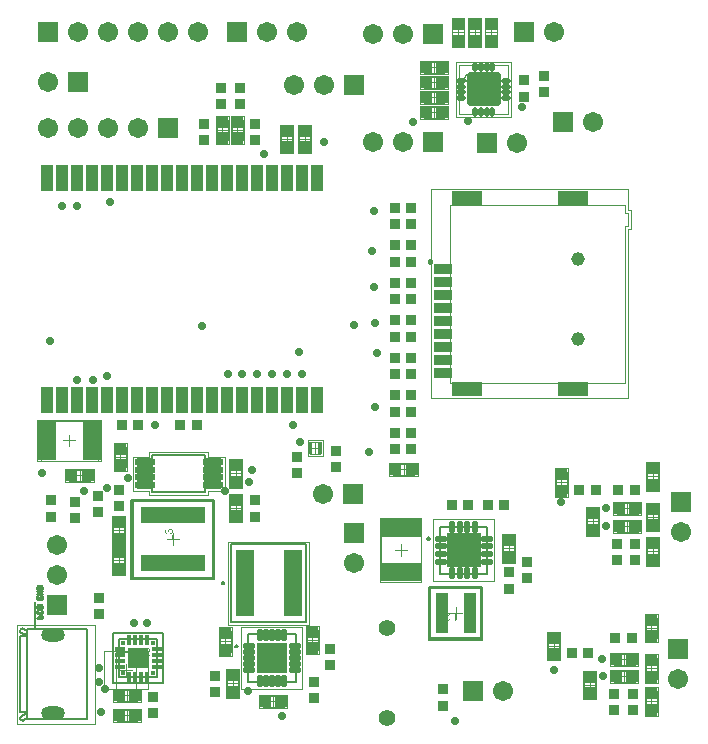
<source format=gts>
%FSTAX23Y23*%
%MOIN*%
%SFA1B1*%

%IPPOS*%
%AMD53*
4,1,8,-0.015800,0.003000,-0.015800,-0.003000,-0.009800,-0.008900,0.009800,-0.008900,0.015800,-0.003000,0.015800,0.003000,0.009800,0.008900,-0.009800,0.008900,-0.015800,0.003000,0.0*
1,1,0.011937,-0.009800,0.003000*
1,1,0.011937,-0.009800,-0.003000*
1,1,0.011937,0.009800,-0.003000*
1,1,0.011937,0.009800,0.003000*
%
%AMD54*
4,1,8,0.003000,0.015800,-0.003000,0.015800,-0.008900,0.009800,-0.008900,-0.009800,-0.003000,-0.015800,0.003000,-0.015800,0.008900,-0.009800,0.008900,0.009800,0.003000,0.015800,0.0*
1,1,0.011937,0.003000,0.009800*
1,1,0.011937,-0.003000,0.009800*
1,1,0.011937,-0.003000,-0.009800*
1,1,0.011937,0.003000,-0.009800*
%
%AMD55*
4,1,8,0.049100,0.055200,-0.049100,0.055200,-0.055200,0.049100,-0.055200,-0.049100,-0.049100,-0.055200,0.049100,-0.055200,0.055200,-0.049100,0.055200,0.049100,0.049100,0.055200,0.0*
1,1,0.012094,0.049100,0.049100*
1,1,0.012094,-0.049100,0.049100*
1,1,0.012094,-0.049100,-0.049100*
1,1,0.012094,0.049100,-0.049100*
%
%AMD61*
4,1,8,0.015000,0.010300,-0.015000,0.010300,-0.020500,0.004700,-0.020500,-0.004700,-0.015000,-0.010300,0.015000,-0.010300,0.020500,-0.004700,0.020500,0.004700,0.015000,0.010300,0.0*
1,1,0.011150,0.015000,0.004700*
1,1,0.011150,-0.015000,0.004700*
1,1,0.011150,-0.015000,-0.004700*
1,1,0.011150,0.015000,-0.004700*
%
%AMD62*
4,1,8,-0.010300,0.015000,-0.010300,-0.015000,-0.004700,-0.020500,0.004700,-0.020500,0.010300,-0.015000,0.010300,0.015000,0.004700,0.020500,-0.004700,0.020500,-0.010300,0.015000,0.0*
1,1,0.011150,-0.004700,0.015000*
1,1,0.011150,-0.004700,-0.015000*
1,1,0.011150,0.004700,-0.015000*
1,1,0.011150,0.004700,0.015000*
%
%AMD63*
4,1,8,-0.026700,-0.012100,0.026700,-0.012100,0.034700,-0.004000,0.034700,0.004000,0.026700,0.012100,-0.026700,0.012100,-0.034700,0.004000,-0.034700,-0.004000,-0.026700,-0.012100,0.0*
1,1,0.016071,-0.026700,-0.004000*
1,1,0.016071,0.026700,-0.004000*
1,1,0.016071,0.026700,0.004000*
1,1,0.016071,-0.026700,0.004000*
%
%AMD65*
4,1,8,0.015600,0.009300,-0.015600,0.009300,-0.020900,0.004000,-0.020900,-0.004000,-0.015600,-0.009300,0.015600,-0.009300,0.020900,-0.004000,0.020900,0.004000,0.015600,0.009300,0.0*
1,1,0.010661,0.015600,0.004000*
1,1,0.010661,-0.015600,0.004000*
1,1,0.010661,-0.015600,-0.004000*
1,1,0.010661,0.015600,-0.004000*
%
%AMD66*
4,1,8,-0.009300,0.015600,-0.009300,-0.015600,-0.004000,-0.020900,0.004000,-0.020900,0.009300,-0.015600,0.009300,0.015600,0.004000,0.020900,-0.004000,0.020900,-0.009300,0.015600,0.0*
1,1,0.010661,-0.004000,0.015600*
1,1,0.010661,-0.004000,-0.015600*
1,1,0.010661,0.004000,-0.015600*
1,1,0.010661,0.004000,0.015600*
%
%ADD10C,0.009449*%
%ADD13C,0.007874*%
%ADD14C,0.005000*%
%ADD16C,0.004000*%
%ADD17C,0.003937*%
%ADD18C,0.010000*%
%ADD19C,0.001969*%
%ADD32R,0.035433X0.011811*%
%ADD33R,0.011811X0.035433*%
%ADD34R,0.011811X0.011811*%
%ADD39R,0.038583X0.133858*%
%ADD40R,0.216535X0.056299*%
%ADD46R,0.038000X0.038000*%
%ADD47R,0.043433X0.039496*%
%ADD48R,0.039496X0.043433*%
%ADD49R,0.038000X0.038000*%
%ADD50R,0.063118X0.137921*%
%ADD51R,0.063118X0.032409*%
%ADD52R,0.102488X0.051307*%
G04~CAMADD=53~8~0.0~0.0~178.4~316.2~59.7~0.0~15~0.0~0.0~0.0~0.0~0~0.0~0.0~0.0~0.0~0~0.0~0.0~0.0~90.0~316.0~178.0*
%ADD53D53*%
G04~CAMADD=54~8~0.0~0.0~178.4~316.2~59.7~0.0~15~0.0~0.0~0.0~0.0~0~0.0~0.0~0.0~0.0~0~0.0~0.0~0.0~0.0~178.4~316.2*
%ADD54D54*%
G04~CAMADD=55~8~0.0~0.0~1103.6~1103.6~60.5~0.0~15~0.0~0.0~0.0~0.0~0~0.0~0.0~0.0~0.0~0~0.0~0.0~0.0~0.0~1103.6~1103.6*
%ADD55D55*%
%ADD56R,0.015874X0.015874*%
%ADD57R,0.070866X0.070866*%
%ADD58R,0.064299X0.224535*%
%ADD59R,0.137921X0.063118*%
%ADD60R,0.114299X0.114299*%
G04~CAMADD=61~8~0.0~0.0~410.7~206.0~55.7~0.0~15~0.0~0.0~0.0~0.0~0~0.0~0.0~0.0~0.0~0~0.0~0.0~0.0~0.0~410.7~206.0*
%ADD61D61*%
G04~CAMADD=62~8~0.0~0.0~410.7~206.0~55.7~0.0~15~0.0~0.0~0.0~0.0~0~0.0~0.0~0.0~0.0~0~0.0~0.0~0.0~90.0~206.0~411.0*
%ADD62D62*%
G04~CAMADD=63~8~0.0~0.0~694.2~241.4~80.4~0.0~15~0.0~0.0~0.0~0.0~0~0.0~0.0~0.0~0.0~0~0.0~0.0~0.0~180.0~694.0~242.0*
%ADD63D63*%
%ADD64R,0.104456X0.104456*%
G04~CAMADD=65~8~0.0~0.0~418.6~186.3~53.3~0.0~15~0.0~0.0~0.0~0.0~0~0.0~0.0~0.0~0.0~0~0.0~0.0~0.0~0.0~418.6~186.3*
%ADD65D65*%
G04~CAMADD=66~8~0.0~0.0~418.6~186.3~53.3~0.0~15~0.0~0.0~0.0~0.0~0~0.0~0.0~0.0~0.0~0~0.0~0.0~0.0~90.0~186.0~418.0*
%ADD66D66*%
%ADD67R,0.043433X0.086740*%
%ADD68R,0.067055X0.067055*%
%ADD69C,0.067055*%
%ADD70C,0.045401*%
%ADD71R,0.067055X0.067055*%
%ADD72C,0.027685*%
%ADD73O,0.078866X0.043433*%
%ADD74C,0.055244*%
%LNsolears_v1-1*%
%LPD*%
G36*
X01384Y01353D02*
Y01353D01*
Y01352*
Y01352*
Y01352*
X01384Y01352*
Y01351*
X01384Y01351*
X01384Y0135*
X01384Y01349*
X01384Y01348*
X01384Y01347*
X01384Y01347*
X01383Y01346*
Y01346*
X01383Y01346*
X01383Y01346*
X01383Y01346*
X01383Y01346*
X01383Y01345*
X01382Y01345*
X01382Y01344*
X01381Y01343*
X0138Y01343*
X0138*
X0138Y01343*
X0138Y01343*
X0138Y01343*
X0138Y01343*
X01379Y01342*
X01379Y01342*
X01379Y01342*
X01378Y01342*
X01378Y01342*
X01377Y01342*
X01377Y01342*
X01376Y01342*
X01376Y01342*
X01374Y01341*
X01374*
X01374Y01342*
X01374*
X01373Y01342*
X01373Y01342*
X01372Y01342*
X01371Y01342*
X01371Y01342*
X0137Y01342*
X01369Y01343*
X01369*
X01369Y01343*
X01368Y01343*
X01368Y01343*
X01368Y01343*
X01367Y01344*
X01367Y01344*
X01366Y01345*
X01366Y01345*
X01365Y01346*
Y01346*
X01365Y01346*
X01365Y01346*
X01365Y01347*
X01365Y01347*
X01365Y01347*
X01365Y01347*
X01365Y01348*
X01365Y01348*
X01365Y01349*
X01365Y01349*
X01365Y0135*
X01365Y0135*
X01365Y01351*
X01365Y01352*
Y01353*
Y01367*
X01368*
Y01353*
Y01353*
Y01352*
Y01352*
Y01352*
X01368Y01352*
Y01351*
X01368Y01351*
X01368Y0135*
X01368Y01349*
X01368Y01348*
X01368Y01348*
X01368Y01348*
X01368Y01348*
X01369Y01347*
X01369Y01347*
X01369Y01347*
X01369Y01346*
X0137Y01346*
X0137Y01346*
X01371Y01345*
X01371Y01345*
X01371Y01345*
X01371Y01345*
X01372Y01345*
X01372Y01345*
X01373Y01345*
X01373Y01345*
X01374Y01344*
X01375*
X01375Y01345*
X01375*
X01375Y01345*
X01376Y01345*
X01377Y01345*
X01378Y01345*
X01379Y01346*
X01379Y01346*
X01379Y01346*
X01379Y01346*
X01379Y01346*
X0138Y01346*
X0138Y01346*
X0138Y01347*
X0138Y01347*
X0138Y01347*
X0138Y01348*
X0138Y01348*
X0138Y01348*
X01381Y01349*
X01381Y0135*
X01381Y0135*
X01381Y01351*
X01381Y01352*
Y01353*
Y01367*
X01384*
Y01353*
G37*
G36*
X01398Y01367D02*
X01398Y01367D01*
X01398Y01367*
X01399Y01367*
X01399Y01367*
X014Y01367*
X01401Y01366*
X01401Y01366*
X01402Y01366*
X01402Y01366*
X01403Y01365*
X01403Y01365*
X01403Y01365*
X01403Y01365*
X01403Y01365*
X01403Y01365*
X01403Y01364*
X01404Y01364*
X01404Y01364*
X01404Y01363*
X01405Y01362*
X01405Y01362*
X01405Y01361*
X01405Y01361*
X01405Y0136*
Y0136*
Y0136*
X01405Y0136*
X01405Y01359*
X01405Y01359*
X01405Y01358*
X01404Y01358*
X01404Y01357*
X01404Y01357*
X01404Y01357*
X01404Y01357*
X01404Y01356*
X01403Y01356*
X01403Y01355*
X01403Y01355*
X01402Y01354*
X01402Y01354*
X01402Y01354*
X01402Y01354*
X01401Y01353*
X01401Y01353*
X01401Y01353*
X01401Y01353*
X014Y01352*
X014Y01352*
X014Y01352*
X01399Y01351*
X01399Y01351*
X01398Y0135*
X01397Y0135*
X01397Y0135*
X01397Y0135*
X01397Y0135*
X01397Y01349*
X01397Y01349*
X01396Y01349*
X01396Y01348*
X01395Y01348*
X01395Y01347*
X01394Y01347*
X01394Y01347*
X01394Y01347*
X01394Y01346*
X01394Y01346*
X01393Y01346*
X01393Y01346*
X01393Y01346*
X01393Y01346*
X01392Y01345*
X01405*
Y01342*
X01388*
Y01342*
Y01342*
Y01342*
X01388Y01343*
X01388Y01343*
X01388Y01343*
X01388Y01344*
X01389Y01344*
Y01344*
X01389Y01344*
X01389Y01344*
X01389Y01345*
X01389Y01345*
X01389Y01346*
X0139Y01346*
X0139Y01347*
X01391Y01347*
Y01347*
X01391Y01347*
X01391Y01348*
X01391Y01348*
X01392Y01349*
X01392Y01349*
X01393Y0135*
X01394Y0135*
X01395Y01351*
X01395Y01351*
X01395Y01351*
X01395Y01352*
X01395Y01352*
X01396Y01352*
X01396Y01352*
X01396Y01353*
X01397Y01353*
X01398Y01354*
X01399Y01355*
X01399Y01355*
X014Y01356*
X014Y01356*
X014Y01357*
Y01357*
X014Y01357*
X014Y01357*
X014Y01357*
X01401Y01357*
X01401Y01358*
X01401Y01358*
X01401Y01359*
X01402Y0136*
X01402Y0136*
Y0136*
Y0136*
X01402Y01361*
X01402Y01361*
X01401Y01361*
X01401Y01362*
X01401Y01362*
X01401Y01363*
X014Y01363*
X014Y01363*
X014Y01364*
X014Y01364*
X01399Y01364*
X01399Y01364*
X01398Y01364*
X01398Y01365*
X01397Y01365*
X01397*
X01396Y01365*
X01396Y01365*
X01396Y01364*
X01395Y01364*
X01394Y01364*
X01394Y01364*
X01393Y01363*
X01393Y01363*
X01393Y01363*
X01393Y01363*
X01393Y01362*
X01392Y01362*
X01392Y01361*
X01392Y0136*
X01392Y0136*
X01389Y0136*
Y0136*
X01389Y0136*
Y0136*
X01389Y01361*
X01389Y01361*
X01389Y01361*
X01389Y01362*
X01389Y01362*
X01389Y01363*
X0139Y01364*
X0139Y01364*
X0139Y01365*
X01391Y01365*
X01391Y01365*
X01391Y01365*
X01391Y01365*
X01391Y01366*
X01392Y01366*
X01392Y01366*
X01392Y01366*
X01392Y01366*
X01393Y01366*
X01393Y01366*
X01394Y01367*
X01394Y01367*
X01395Y01367*
X01395Y01367*
X01396Y01367*
X01396Y01367*
X01397Y01367*
X01397*
X01398Y01367*
G37*
G36*
X02423Y01459D02*
X02419D01*
Y01482*
X02407*
Y01485*
X02423*
Y01459*
G37*
G36*
X02405Y01484D02*
Y01484D01*
Y01484*
X02405Y01484*
X02405Y01483*
X02405Y01483*
X02405Y01483*
X02404Y01482*
Y01482*
X02404Y01482*
X02404Y01482*
X02404Y01482*
X02404Y01481*
X02404Y01481*
X02403Y0148*
X02403Y0148*
X02402Y01479*
Y01479*
X02402Y01479*
X02402Y01479*
X02402Y01478*
X02401Y01478*
X02401Y01477*
X024Y01477*
X02399Y01476*
X02398Y01475*
X02398Y01475*
X02398Y01475*
X02398Y01475*
X02398Y01475*
X02397Y01474*
X02397Y01474*
X02397Y01474*
X02396Y01473*
X02395Y01472*
X02394Y01472*
X02394Y01471*
X02393Y01471*
X02393Y0147*
X02393Y0147*
Y0147*
X02393Y0147*
X02393Y0147*
X02393Y0147*
X02392Y01469*
X02392Y01469*
X02392Y01468*
X02392Y01467*
X02391Y01467*
X02391Y01466*
Y01466*
Y01466*
X02391Y01466*
X02391Y01465*
X02392Y01465*
X02392Y01465*
X02392Y01464*
X02392Y01464*
X02393Y01463*
X02393Y01463*
X02393Y01463*
X02393Y01463*
X02394Y01462*
X02394Y01462*
X02395Y01462*
X02395Y01462*
X02396Y01462*
X02396*
X02396Y01462*
X02397Y01462*
X02397Y01462*
X02398Y01462*
X02399Y01462*
X02399Y01463*
X024Y01463*
X024Y01463*
X024Y01463*
X024Y01464*
X024Y01464*
X02401Y01465*
X02401Y01465*
X02401Y01466*
X02401Y01467*
X02404Y01466*
Y01466*
X02404Y01466*
Y01466*
X02404Y01466*
X02404Y01466*
X02404Y01465*
X02404Y01465*
X02404Y01464*
X02404Y01464*
X02403Y01463*
X02403Y01462*
X02403Y01462*
X02402Y01461*
X02402Y01461*
X02402Y01461*
X02402Y01461*
X02402Y01461*
X02401Y01461*
X02401Y01461*
X02401Y01461*
X02401Y0146*
X024Y0146*
X024Y0146*
X02399Y0146*
X02399Y0146*
X02398Y01459*
X02398Y01459*
X02397Y01459*
X02397Y01459*
X02396Y01459*
X02396*
X02395Y01459*
X02395Y01459*
X02395Y01459*
X02394Y01459*
X02394Y01459*
X02393Y0146*
X02392Y0146*
X02392Y0146*
X02391Y01461*
X02391Y01461*
X0239Y01461*
X0239Y01461*
X0239Y01461*
X0239Y01461*
X0239Y01462*
X0239Y01462*
X0239Y01462*
X02389Y01462*
X02389Y01463*
X02389Y01463*
X02388Y01464*
X02388Y01465*
X02388Y01465*
X02388Y01466*
X02388Y01466*
Y01466*
Y01466*
X02388Y01467*
X02388Y01467*
X02388Y01468*
X02388Y01468*
X02389Y01469*
X02389Y01469*
X02389Y01469*
X02389Y01469*
X02389Y0147*
X02389Y0147*
X0239Y01471*
X0239Y01471*
X0239Y01472*
X02391Y01472*
X02391Y01472*
X02391Y01473*
X02391Y01473*
X02392Y01473*
X02392Y01473*
X02392Y01473*
X02392Y01474*
X02393Y01474*
X02393Y01474*
X02393Y01475*
X02394Y01475*
X02394Y01476*
X02395Y01476*
X02396Y01477*
X02396Y01477*
X02396Y01477*
X02396Y01477*
X02396Y01477*
X02396Y01477*
X02397Y01477*
X02397Y01478*
X02398Y01478*
X02398Y01479*
X02399Y0148*
X02399Y0148*
X02399Y0148*
X02399Y0148*
X02399Y0148*
X024Y0148*
X024Y0148*
X024Y01481*
X024Y01481*
X02401Y01482*
X02388*
Y01485*
X02405*
Y01484*
G37*
G36*
X01473Y01765D02*
X01473Y01765D01*
X01473Y01765*
X01474Y01765*
X01474Y01765*
X01475Y01764*
X01475Y01764*
X01476Y01764*
X01476Y01764*
X01477Y01763*
X01477Y01763*
X01478Y01763*
X01478Y01762*
X01478Y01762*
X01478Y01762*
X01478Y01762*
X01478Y01762*
X01478Y01762*
X01479Y01761*
X01479Y01761*
X01479Y0176*
X01479Y0176*
X01479Y01759*
X0148Y01759*
X0148Y01758*
X0148Y01758*
X0148Y01757*
X0148Y01756*
Y01756*
X0148Y01756*
X0148Y01756*
X0148Y01755*
X0148Y01755*
X0148Y01755*
X01479Y01754*
X01479Y01753*
X01479Y01752*
X01479Y01752*
X01478Y01751*
X01478Y01751*
X01478Y01751*
X01478Y01751*
X01478Y01751*
X01478Y01751*
X01477Y0175*
X01477Y0175*
X01477Y0175*
X01477Y0175*
X01476Y0175*
X01476Y01749*
X01475Y01749*
X01474Y01749*
X01473Y01749*
X01473Y01748*
X01472Y01752*
X01472*
X01473Y01752*
X01473Y01752*
X01473Y01752*
X01473Y01752*
X01473Y01752*
X01474Y01752*
X01475Y01752*
X01475Y01753*
X01476Y01753*
X01476Y01753*
X01476Y01753*
X01476Y01754*
X01477Y01754*
X01477Y01754*
X01477Y01755*
X01477Y01755*
X01477Y01756*
X01477Y01756*
Y01757*
X01477Y01757*
X01477Y01757*
X01477Y01758*
X01477Y01758*
X01477Y01759*
X01476Y0176*
X01476Y0176*
X01476Y0176*
X01476Y0176*
X01475Y01761*
X01475Y01761*
X01474Y01761*
X01474Y01761*
X01473Y01762*
X01472Y01762*
X01472*
X01472*
X01472*
X01472Y01762*
X01471Y01762*
X01471Y01761*
X0147Y01761*
X0147Y01761*
X01469Y01761*
X01469Y0176*
X01469Y0176*
X01468Y0176*
X01468Y0176*
X01468Y01759*
X01468Y01759*
X01467Y01758*
X01467Y01757*
X01467Y01757*
Y01756*
X01467Y01756*
X01467Y01756*
X01467Y01755*
X01467Y01755*
X01468Y01755*
X01465Y01755*
Y01755*
X01465Y01755*
Y01756*
X01465Y01756*
X01465Y01757*
X01465Y01757*
X01464Y01758*
X01464Y01758*
X01464Y01759*
Y01759*
X01464Y01759*
X01464Y01759*
X01463Y01759*
X01463Y0176*
X01463Y0176*
X01462Y0176*
X01461Y0176*
X01461Y01761*
X01461*
X01461*
X01461*
X0146*
X0146Y0176*
X0146Y0176*
X01459Y0176*
X01459Y0176*
X01458Y0176*
X01458Y01759*
X01458Y01759*
X01458Y01759*
X01458Y01759*
X01457Y01759*
X01457Y01758*
X01457Y01758*
X01457Y01757*
X01457Y01756*
Y01756*
X01457Y01756*
X01457Y01755*
X01457Y01755*
X01457Y01754*
X01458Y01754*
X01458Y01753*
X01458Y01753*
X01458Y01753*
X01458Y01753*
X01459Y01753*
X01459Y01753*
X0146Y01752*
X0146Y01752*
X01461Y01752*
X01461Y01749*
X01461*
X01461Y01749*
X0146Y01749*
X0146Y01749*
X0146Y01749*
X0146Y01749*
X01459Y01749*
X01458Y0175*
X01457Y0175*
X01457Y01751*
X01456Y01751*
X01456Y01751*
X01456Y01751*
X01456Y01752*
X01456Y01752*
X01456Y01752*
X01455Y01752*
X01455Y01752*
X01455Y01753*
X01455Y01753*
X01454Y01754*
X01454Y01755*
X01454Y01756*
Y01757*
X01454Y01757*
X01454Y01758*
X01454Y01758*
X01455Y01759*
X01455Y01759*
X01455Y0176*
Y0176*
X01455Y0176*
X01455Y0176*
X01455Y01761*
X01456Y01761*
X01456Y01762*
X01456Y01762*
X01457Y01762*
X01458Y01763*
X01458Y01763*
X01458Y01763*
X01458Y01763*
X01458Y01763*
X01459Y01763*
X0146Y01764*
X0146Y01764*
X01461Y01764*
X01461*
X01461*
X01461Y01764*
X01462Y01764*
X01462Y01763*
X01463Y01763*
X01463Y01763*
X01464Y01763*
X01464Y01763*
X01464Y01763*
X01464Y01762*
X01465Y01762*
X01465Y01762*
X01465Y01761*
X01466Y01761*
X01466Y0176*
Y0176*
X01466Y0176*
X01466Y0176*
X01466Y01761*
X01466Y01761*
X01466Y01761*
X01467Y01762*
X01467Y01763*
X01467Y01763*
X01468Y01764*
X01468Y01764*
X01468Y01764*
X01469Y01764*
X01469Y01764*
X0147Y01765*
X0147Y01765*
X01471Y01765*
X01472Y01765*
X01472*
X01472*
X01472*
X01473Y01765*
G37*
G36*
X0148Y0173D02*
X01454D01*
Y01733*
X01477*
Y01746*
X0148*
Y0173*
G37*
G54D10*
X02342Y02657D02*
D01*
X02342Y02657*
X02342Y02657*
X02342Y02658*
X02342Y02658*
X02342Y02658*
X02342Y02659*
X02342Y02659*
X02341Y02659*
X02341Y02659*
X02341Y0266*
X02341Y0266*
X02341Y0266*
X0234Y0266*
X0234Y02661*
X0234Y02661*
X02339Y02661*
X02339Y02661*
X02339Y02661*
X02339Y02661*
X02338Y02661*
X02338Y02661*
X02338Y02661*
X02337*
X02337Y02661*
X02337Y02661*
X02336Y02661*
X02336Y02661*
X02336Y02661*
X02335Y02661*
X02335Y02661*
X02335Y02661*
X02334Y0266*
X02334Y0266*
X02334Y0266*
X02334Y0266*
X02334Y02659*
X02333Y02659*
X02333Y02659*
X02333Y02659*
X02333Y02658*
X02333Y02658*
X02333Y02658*
X02333Y02657*
X02333Y02657*
X02333Y02657*
X02333Y02656*
X02333Y02656*
X02333Y02656*
X02333Y02655*
X02333Y02655*
X02333Y02655*
X02333Y02654*
X02333Y02654*
X02334Y02654*
X02334Y02654*
X02334Y02653*
X02334Y02653*
X02334Y02653*
X02335Y02653*
X02335Y02653*
X02335Y02652*
X02336Y02652*
X02336Y02652*
X02336Y02652*
X02337Y02652*
X02337Y02652*
X02337Y02652*
X02338*
X02338Y02652*
X02338Y02652*
X02339Y02652*
X02339Y02652*
X02339Y02652*
X02339Y02652*
X0234Y02653*
X0234Y02653*
X0234Y02653*
X02341Y02653*
X02341Y02653*
X02341Y02654*
X02341Y02654*
X02341Y02654*
X02342Y02654*
X02342Y02655*
X02342Y02655*
X02342Y02655*
X02342Y02656*
X02342Y02656*
X02342Y02656*
X02342Y02657*
G54D13*
X01302Y01397D02*
X01427D01*
Y01272D02*
Y01397D01*
X01302Y01272D02*
X01427D01*
X01302D02*
Y01397D01*
X02338Y014D02*
X02507D01*
X02338D02*
Y01569D01*
X02507*
Y014D02*
Y01569D01*
X01346Y01601D02*
Y01859D01*
X01613*
Y01601D02*
Y01859D01*
X01346Y01601D02*
X01613D01*
X01282Y01417D02*
X01447D01*
Y01252D02*
Y01417D01*
X01282Y01252D02*
X01447D01*
X01282D02*
Y01417D01*
X02334Y01396D02*
X02511D01*
X02334D02*
Y01573D01*
X02511*
Y01396D02*
Y01573D01*
X01342Y01597D02*
Y01863D01*
X01617*
Y01597D02*
Y01863D01*
X01342Y01597D02*
X01617D01*
X01282Y01417D02*
X01447D01*
Y01252D02*
Y01417D01*
X01282Y01252D02*
X01447D01*
X01282D02*
Y01417D01*
X02334Y01396D02*
X02511D01*
X02334D02*
Y01573D01*
X02511*
Y01396D02*
Y01573D01*
X01342Y01597D02*
Y01863D01*
X01617*
Y01597D02*
Y01863D01*
X01342Y01597D02*
X01617D01*
X01652Y01585D02*
D01*
X01652Y01585*
X01652Y01585*
X01652Y01585*
X01652Y01586*
X01652Y01586*
X01652Y01586*
X01651Y01586*
X01651Y01587*
X01651Y01587*
X01651Y01587*
X01651Y01587*
X01651Y01587*
X0165Y01588*
X0165Y01588*
X0165Y01588*
X0165Y01588*
X01649Y01588*
X01649Y01588*
X01649Y01588*
X01649Y01588*
X01648Y01588*
X01648Y01588*
X01648*
X01648Y01588*
X01647Y01588*
X01647Y01588*
X01647Y01588*
X01646Y01588*
X01646Y01588*
X01646Y01588*
X01646Y01588*
X01646Y01588*
X01645Y01587*
X01645Y01587*
X01645Y01587*
X01645Y01587*
X01645Y01587*
X01644Y01586*
X01644Y01586*
X01644Y01586*
X01644Y01586*
X01644Y01585*
X01644Y01585*
X01644Y01585*
X01644Y01585*
X01644Y01584*
X01644Y01584*
X01644Y01584*
X01644Y01583*
X01644Y01583*
X01644Y01583*
X01644Y01583*
X01645Y01582*
X01645Y01582*
X01645Y01582*
X01645Y01582*
X01645Y01582*
X01646Y01581*
X01646Y01581*
X01646Y01581*
X01646Y01581*
X01646Y01581*
X01647Y01581*
X01647Y01581*
X01647Y01581*
X01648Y01581*
X01648Y01581*
X01648*
X01648Y01581*
X01649Y01581*
X01649Y01581*
X01649Y01581*
X01649Y01581*
X0165Y01581*
X0165Y01581*
X0165Y01581*
X0165Y01581*
X01651Y01582*
X01651Y01582*
X01651Y01582*
X01651Y01582*
X01651Y01582*
X01651Y01583*
X01652Y01583*
X01652Y01583*
X01652Y01583*
X01652Y01584*
X01652Y01584*
X01652Y01584*
X01652Y01585*
X02336Y01733D02*
D01*
X02336Y01733*
X02336Y01733*
X02336Y01734*
X02336Y01734*
X02336Y01734*
X02336Y01734*
X02336Y01735*
X02336Y01735*
X02336Y01735*
X02335Y01735*
X02335Y01736*
X02335Y01736*
X02335Y01736*
X02335Y01736*
X02334Y01736*
X02334Y01736*
X02334Y01737*
X02334Y01737*
X02333Y01737*
X02333Y01737*
X02333Y01737*
X02333Y01737*
X02332*
X02332Y01737*
X02332Y01737*
X02331Y01737*
X02331Y01737*
X02331Y01737*
X02331Y01736*
X0233Y01736*
X0233Y01736*
X0233Y01736*
X0233Y01736*
X0233Y01736*
X02329Y01735*
X02329Y01735*
X02329Y01735*
X02329Y01735*
X02329Y01734*
X02329Y01734*
X02329Y01734*
X02329Y01734*
X02328Y01733*
X02328Y01733*
X02328Y01733*
X02328Y01733*
X02328Y01732*
X02329Y01732*
X02329Y01732*
X02329Y01732*
X02329Y01731*
X02329Y01731*
X02329Y01731*
X02329Y01731*
X02329Y0173*
X0233Y0173*
X0233Y0173*
X0233Y0173*
X0233Y0173*
X0233Y01729*
X02331Y01729*
X02331Y01729*
X02331Y01729*
X02331Y01729*
X02332Y01729*
X02332Y01729*
X02332Y01729*
X02333*
X02333Y01729*
X02333Y01729*
X02333Y01729*
X02334Y01729*
X02334Y01729*
X02334Y01729*
X02334Y01729*
X02335Y0173*
X02335Y0173*
X02335Y0173*
X02335Y0173*
X02335Y0173*
X02336Y01731*
X02336Y01731*
X02336Y01731*
X02336Y01731*
X02336Y01732*
X02336Y01732*
X02336Y01732*
X02336Y01732*
X02336Y01733*
X02336Y01733*
X01696Y01374D02*
D01*
X01696Y01374*
X01695Y01374*
X01695Y01375*
X01695Y01375*
X01695Y01375*
X01695Y01375*
X01695Y01376*
X01695Y01376*
X01695Y01376*
X01695Y01376*
X01694Y01377*
X01694Y01377*
X01694Y01377*
X01694Y01377*
X01694Y01377*
X01693Y01377*
X01693Y01378*
X01693Y01378*
X01693Y01378*
X01692Y01378*
X01692Y01378*
X01692Y01378*
X01691*
X01691Y01378*
X01691Y01378*
X01691Y01378*
X0169Y01378*
X0169Y01378*
X0169Y01377*
X0169Y01377*
X01689Y01377*
X01689Y01377*
X01689Y01377*
X01689Y01377*
X01689Y01376*
X01688Y01376*
X01688Y01376*
X01688Y01376*
X01688Y01375*
X01688Y01375*
X01688Y01375*
X01688Y01375*
X01688Y01374*
X01688Y01374*
X01688Y01374*
X01688Y01374*
X01688Y01373*
X01688Y01373*
X01688Y01373*
X01688Y01373*
X01688Y01372*
X01688Y01372*
X01688Y01372*
X01688Y01372*
X01689Y01371*
X01689Y01371*
X01689Y01371*
X01689Y01371*
X01689Y01371*
X0169Y0137*
X0169Y0137*
X0169Y0137*
X0169Y0137*
X01691Y0137*
X01691Y0137*
X01691Y0137*
X01691Y0137*
X01692*
X01692Y0137*
X01692Y0137*
X01693Y0137*
X01693Y0137*
X01693Y0137*
X01693Y0137*
X01694Y0137*
X01694Y01371*
X01694Y01371*
X01694Y01371*
X01694Y01371*
X01695Y01371*
X01695Y01372*
X01695Y01372*
X01695Y01372*
X01695Y01372*
X01695Y01373*
X01695Y01373*
X01695Y01373*
X01695Y01373*
X01696Y01374*
X01696Y01374*
G54D14*
X00997Y01131D02*
D01*
X00996Y01131*
X00995Y01132*
X00994Y01132*
X00993Y01132*
X00993Y01132*
X00992Y01132*
X00991Y01132*
X0099Y01132*
X00989Y01132*
X00989Y01132*
X00988Y01132*
X00987Y01132*
X00986Y01131*
X00986Y01131*
X00985Y0113*
X00984Y0113*
X00984Y01129*
X00983Y01129*
X00982Y01128*
X00982Y01128*
X00981Y01127*
X00981Y01126*
X00981Y01126*
X00993Y01147D02*
D01*
X00991Y01147*
X0099Y01147*
X00989Y01147*
X00988Y01147*
X00986Y01147*
X00985Y01147*
X00984Y01147*
X00983Y01146*
X00982Y01146*
X0098Y01145*
X00979Y01145*
X00978Y01144*
X00977Y01143*
X00976Y01142*
X00975Y01141*
X00975Y01141*
X00974Y0114*
X00973Y01138*
X00972Y01137*
X00972Y01136*
X00971Y01135*
X00971Y01134*
X00971Y01133*
X00981Y01435D02*
D01*
X00981Y01435*
X00982Y01434*
X00982Y01433*
X00983Y01433*
X00983Y01432*
X00984Y01432*
X00984Y01431*
X00985Y01431*
X00986Y0143*
X00987Y0143*
X00987Y0143*
X00988Y01429*
X00989Y01429*
X0099Y01429*
X00991Y01429*
X00991Y01429*
X00992Y01429*
X00993Y01429*
X00994Y01429*
X00995Y0143*
X00995Y0143*
X00996Y0143*
X00997Y0143*
X00969Y01428D02*
D01*
X00969Y01427*
X0097Y01426*
X0097Y01424*
X00971Y01423*
X00972Y01422*
X00973Y01421*
X00974Y0142*
X00974Y01419*
X00975Y01418*
X00977Y01417*
X00978Y01417*
X00979Y01416*
X0098Y01415*
X00981Y01415*
X00983Y01415*
X00984Y01414*
X00985Y01414*
X00987Y01414*
X00988Y01414*
X00989Y01414*
X00991Y01414*
X00992Y01414*
X00993Y01415*
X01193Y01131D02*
Y0143D01*
X01022D02*
X01193D01*
X00995D02*
X01022D01*
X00995Y01131D02*
Y0143D01*
Y01131D02*
X00997D01*
X01193*
X00971Y01133D02*
X00981Y01126D01*
X00971Y01155D02*
X00993D01*
X00971D02*
Y01407D01*
X00993*
X00969Y01428D02*
X00981Y01435D01*
X01022Y0143D02*
Y01523D01*
X01674Y01714D02*
X01925D01*
Y01455D02*
Y01714D01*
X01674Y01455D02*
X01925D01*
X01674D02*
Y01714D01*
X02371Y01616D02*
Y01773D01*
X02528Y01616D02*
Y01773D01*
X02371D02*
X02528D01*
X02371Y01616D02*
X02528D01*
X01411Y02011D02*
X01588D01*
Y01888D02*
Y02011D01*
X01411Y01888D02*
X01588D01*
X01411D02*
Y02011D01*
X01729Y01254D02*
Y01415D01*
X0189Y01254D02*
Y01415D01*
X01729D02*
X0189D01*
X01729Y01254D02*
X0189D01*
G54D16*
X02461Y0324D02*
Y03215D01*
X02466Y0321*
X02476*
X02481Y03215*
Y0324*
X02511D02*
X02501Y03235D01*
X02491Y03225*
Y03215*
X02496Y0321*
X02506*
X02511Y03215*
Y0322*
X02506Y03225*
X02491*
G54D17*
X02476Y0327D02*
D01*
X02476Y0327*
X02476Y03271*
X02476Y03272*
X02475Y03273*
X02475Y03274*
X02475Y03274*
X02474Y03275*
X02474Y03276*
X02474Y03276*
X02473Y03277*
X02473Y03278*
X02472Y03278*
X02471Y03279*
X02471Y03279*
X0247Y0328*
X02469Y0328*
X02468Y0328*
X02468Y03281*
X02467Y03281*
X02466Y03281*
X02465Y03281*
X02464Y03281*
X02464*
X02463Y03281*
X02462Y03281*
X02461Y03281*
X0246Y03281*
X0246Y0328*
X02459Y0328*
X02458Y0328*
X02457Y03279*
X02457Y03279*
X02456Y03278*
X02456Y03278*
X02455Y03277*
X02454Y03276*
X02454Y03276*
X02454Y03275*
X02453Y03274*
X02453Y03274*
X02453Y03273*
X02452Y03272*
X02452Y03271*
X02452Y0327*
X02452Y0327*
X02452Y03269*
X02452Y03268*
X02452Y03267*
X02453Y03266*
X02453Y03265*
X02453Y03265*
X02454Y03264*
X02454Y03263*
X02454Y03263*
X02455Y03262*
X02456Y03261*
X02456Y03261*
X02457Y0326*
X02457Y0326*
X02458Y03259*
X02459Y03259*
X0246Y03259*
X0246Y03258*
X02461Y03258*
X02462Y03258*
X02463Y03258*
X02464Y03258*
X02464*
X02465Y03258*
X02466Y03258*
X02467Y03258*
X02468Y03258*
X02468Y03259*
X02469Y03259*
X0247Y03259*
X02471Y0326*
X02471Y0326*
X02472Y03261*
X02473Y03261*
X02473Y03262*
X02474Y03263*
X02474Y03263*
X02474Y03264*
X02475Y03265*
X02475Y03265*
X02475Y03266*
X02476Y03267*
X02476Y03268*
X02476Y03269*
X02476Y0327*
X03061Y01724D02*
X03098D01*
X03061Y01655D02*
X03098D01*
Y01724*
X03061Y01655D02*
Y01724D01*
Y01839D02*
X03098D01*
X03061Y0177D02*
X03098D01*
Y01839*
X03061Y0177D02*
Y01839D01*
Y01974D02*
X03098D01*
X03061Y01905D02*
X03098D01*
Y01974*
X03061Y01905D02*
Y01974D01*
X02756Y01954D02*
X02793D01*
X02756Y01885D02*
X02793D01*
Y01954*
X02756Y01885D02*
Y01954D01*
X0296Y01756D02*
Y01793D01*
X03029Y01756D02*
Y01793D01*
X0296D02*
X03029D01*
X0296Y01756D02*
X03029D01*
X0296Y01816D02*
Y01853D01*
X03029Y01816D02*
Y01853D01*
X0296D02*
X03029D01*
X0296Y01816D02*
X03029D01*
X02851Y01279D02*
X02888D01*
X02851Y0121D02*
X02888D01*
Y01279*
X02851Y0121D02*
Y01279D01*
X03056Y01469D02*
X03093D01*
X03056Y014D02*
X03093D01*
Y01469*
X03056Y014D02*
Y01469D01*
X02731Y01409D02*
X02768D01*
X02731Y0134D02*
X02768D01*
Y01409*
X02731Y0134D02*
Y01409D01*
X0295Y01256D02*
Y01293D01*
X03019Y01256D02*
Y01293D01*
X0295D02*
X03019D01*
X0295Y01256D02*
X03019D01*
X0295Y01311D02*
Y01348D01*
X03019Y01311D02*
Y01348D01*
X0295D02*
X03019D01*
X0295Y01311D02*
X03019D01*
X03056Y01334D02*
X03093D01*
X03056Y01265D02*
X03093D01*
Y01334*
X03056Y01265D02*
Y01334D01*
Y01224D02*
X03093D01*
X03056Y01155D02*
X03093D01*
Y01224*
X03056Y01155D02*
Y01224D01*
X01204Y01926D02*
Y01963D01*
X01135Y01926D02*
Y01963D01*
Y01926D02*
X01204D01*
X01135Y01963D02*
X01204D01*
X01676Y03129D02*
X01713D01*
X01676Y0306D02*
X01713D01*
Y03129*
X01676Y0306D02*
Y03129D01*
X01626D02*
X01663D01*
X01626Y0306D02*
X01663D01*
Y03129*
X01626Y0306D02*
Y03129D01*
X0104Y02126D02*
X01229D01*
X0104Y01993D02*
X01229D01*
X0104D02*
Y02126D01*
X01229Y01993D02*
Y02126D01*
X02215Y01946D02*
Y01983D01*
X02284Y01946D02*
Y01983D01*
X02215D02*
X02284D01*
X02215Y01946D02*
X02284D01*
X02861Y01824D02*
X02898D01*
X02861Y01755D02*
X02898D01*
Y01824*
X02861Y01755D02*
Y01824D01*
X01901Y03099D02*
X01938D01*
X01901Y0303D02*
X01938D01*
Y03099*
X01901Y0303D02*
Y03099D01*
X01841D02*
X01878D01*
X01841Y0303D02*
X01878D01*
Y03099*
X01841Y0303D02*
Y03099D01*
X02986Y02253D02*
Y02775D01*
X02405Y02253D02*
X02986D01*
X02405D02*
Y02846D01*
X02986Y02775D02*
X02996D01*
Y02818*
X02986D02*
X02996D01*
X02986D02*
Y02846D01*
X02405D02*
X02986D01*
X02435Y03149D02*
Y0331D01*
X02597Y03149D02*
Y0331D01*
X02435D02*
X02597D01*
X02435Y03149D02*
X02597D01*
X02385Y03236D02*
Y03273D01*
X02316Y03236D02*
Y03273D01*
Y03236D02*
X02385D01*
X02316Y03273D02*
X02385D01*
Y03286D02*
Y03323D01*
X02316Y03286D02*
Y03323D01*
Y03286D02*
X02385D01*
X02316Y03323D02*
X02385D01*
Y03186D02*
Y03223D01*
X02316Y03186D02*
Y03223D01*
Y03186D02*
X02385D01*
X02316Y03223D02*
X02385D01*
Y03136D02*
Y03173D01*
X02316Y03136D02*
Y03173D01*
Y03136D02*
X02385D01*
X02316Y03173D02*
X02385D01*
X02412Y03454D02*
X0245D01*
X02412Y03385D02*
X0245D01*
Y03454*
X02412Y03385D02*
Y03454D01*
X02522D02*
X0256D01*
X02522Y03385D02*
X0256D01*
Y03454*
X02522Y03385D02*
Y03454D01*
X02467D02*
X02505D01*
X02467Y03385D02*
X02505D01*
Y03454*
X02467Y03385D02*
Y03454D01*
X01971Y02014D02*
Y02055D01*
X01938Y02014D02*
Y02055D01*
Y02014D02*
X01971D01*
X01938Y02055D02*
X01971D01*
X01291Y01356D02*
X01358D01*
X01291Y01233D02*
X01358D01*
Y01356*
X01291Y01233D02*
Y01356D01*
X01293Y01191D02*
Y01228D01*
X01362Y01191D02*
Y01228D01*
X01293D02*
X01362D01*
X01293Y01191D02*
X01362D01*
X01293Y01126D02*
Y01163D01*
X01362Y01126D02*
Y01163D01*
X01293D02*
X01362D01*
X01293Y01126D02*
X01362D01*
X02306Y016D02*
Y01789D01*
X02173Y016D02*
Y01789D01*
X02306*
X02173Y016D02*
X02306D01*
X01281Y01625D02*
X01318D01*
X01281Y01694D02*
X01318D01*
X01281Y01625D02*
Y01694D01*
X01318Y01625D02*
Y01694D01*
X01281Y01725D02*
X01318D01*
X01281Y01794D02*
X01318D01*
X01281Y01725D02*
Y01794D01*
X01318Y01725D02*
Y01794D01*
X01671Y01915D02*
X01708D01*
X01671Y01984D02*
X01708D01*
X01671Y01915D02*
Y01984D01*
X01708Y01915D02*
Y01984D01*
X01671Y018D02*
X01708D01*
X01671Y01869D02*
X01708D01*
X01671Y018D02*
Y01869D01*
X01708Y018D02*
Y01869D01*
X01286Y0197D02*
X01323D01*
X01286Y02039D02*
X01323D01*
X01286Y0197D02*
Y02039D01*
X01323Y0197D02*
Y02039D01*
X01926Y01429D02*
X01963D01*
X01926Y0136D02*
X01963D01*
Y01429*
X01926Y0136D02*
Y01429D01*
X01661Y01215D02*
X01698D01*
X01661Y01284D02*
X01698D01*
X01661Y01215D02*
Y01284D01*
X01698Y01215D02*
Y01284D01*
X01636Y01424D02*
X01673D01*
X01636Y01355D02*
X01673D01*
Y01424*
X01636Y01355D02*
Y01424D01*
X01849Y01171D02*
Y01208D01*
X0178Y01171D02*
Y01208D01*
Y01171D02*
X01849D01*
X0178Y01208D02*
X01849D01*
X02581Y01734D02*
X02618D01*
X02581Y01665D02*
X02618D01*
Y01734*
X02581Y01665D02*
Y01734D01*
X03058Y01737D02*
X03101D01*
X03058Y01642D02*
X03101D01*
Y01737*
X03058Y01642D02*
Y01737D01*
X0308Y01671D02*
Y01708D01*
X03061Y0169D02*
X03098D01*
X03058Y01852D02*
X03101D01*
X03058Y01757D02*
X03101D01*
Y01852*
X03058Y01757D02*
Y01852D01*
X0308Y01786D02*
Y01823D01*
X03061Y01805D02*
X03098D01*
X03058Y01987D02*
X03101D01*
X03058Y01892D02*
X03101D01*
Y01987*
X03058Y01892D02*
Y01987D01*
X0308Y01921D02*
Y01958D01*
X03061Y0194D02*
X03098D01*
X02753Y01967D02*
X02796D01*
X02753Y01872D02*
X02796D01*
Y01967*
X02753Y01872D02*
Y01967D01*
X02775Y01901D02*
Y01938D01*
X02756Y0192D02*
X02793D01*
X02947Y01753D02*
Y01796D01*
X03042Y01753D02*
Y01796D01*
X02947D02*
X03042D01*
X02947Y01753D02*
X03042D01*
X02976Y01775D02*
X03013D01*
X02995Y01756D02*
Y01793D01*
X02947Y01813D02*
Y01856D01*
X03042Y01813D02*
Y01856D01*
X02947D02*
X03042D01*
X02947Y01813D02*
X03042D01*
X02976Y01835D02*
X03013D01*
X02995Y01816D02*
Y01853D01*
X02848Y01292D02*
X02891D01*
X02848Y01197D02*
X02891D01*
Y01292*
X02848Y01197D02*
Y01292D01*
X0287Y01226D02*
Y01263D01*
X02851Y01245D02*
X02888D01*
X03053Y01482D02*
X03096D01*
X03053Y01387D02*
X03096D01*
Y01482*
X03053Y01387D02*
Y01482D01*
X03075Y01416D02*
Y01453D01*
X03056Y01435D02*
X03093D01*
X02728Y01422D02*
X02771D01*
X02728Y01327D02*
X02771D01*
Y01422*
X02728Y01327D02*
Y01422D01*
X0275Y01356D02*
Y01393D01*
X02731Y01375D02*
X02768D01*
X02937Y01253D02*
Y01296D01*
X03032Y01253D02*
Y01296D01*
X02937D02*
X03032D01*
X02937Y01253D02*
X03032D01*
X02966Y01275D02*
X03003D01*
X02985Y01256D02*
Y01293D01*
X02937Y01308D02*
Y01351D01*
X03032Y01308D02*
Y01351D01*
X02937D02*
X03032D01*
X02937Y01308D02*
X03032D01*
X02966Y0133D02*
X03003D01*
X02985Y01311D02*
Y01348D01*
X03053Y01347D02*
X03096D01*
X03053Y01252D02*
X03096D01*
Y01347*
X03053Y01252D02*
Y01347D01*
X03075Y01281D02*
Y01318D01*
X03056Y013D02*
X03093D01*
X03053Y01237D02*
X03096D01*
X03053Y01142D02*
X03096D01*
Y01237*
X03053Y01142D02*
Y01237D01*
X03075Y01171D02*
Y01208D01*
X03056Y0119D02*
X03093D01*
X01217Y01923D02*
Y01966D01*
X01122Y01923D02*
Y01966D01*
Y01923D02*
X01217D01*
X01122Y01966D02*
X01217D01*
X01151Y01945D02*
X01188D01*
X0117Y01926D02*
Y01963D01*
X01673Y03142D02*
X01716D01*
X01673Y03047D02*
X01716D01*
Y03142*
X01673Y03047D02*
Y03142D01*
X01695Y03076D02*
Y03113D01*
X01676Y03095D02*
X01713D01*
X01623Y03142D02*
X01666D01*
X01623Y03047D02*
X01666D01*
Y03142*
X01623Y03047D02*
Y03142D01*
X01645Y03076D02*
Y03113D01*
X01626Y03095D02*
X01663D01*
X01135Y0204D02*
Y02079D01*
X01115Y0206D02*
X01154D01*
X01028Y02128D02*
X01241D01*
X01028Y01991D02*
X01241D01*
X01028D02*
Y02128D01*
X01241Y01991D02*
Y02128D01*
X02202Y01943D02*
Y01986D01*
X02297Y01943D02*
Y01986D01*
X02202D02*
X02297D01*
X02202Y01943D02*
X02297D01*
X02231Y01965D02*
X02268D01*
X0225Y01946D02*
Y01983D01*
X02858Y01837D02*
X02901D01*
X02858Y01742D02*
X02901D01*
Y01837*
X02858Y01742D02*
Y01837D01*
X0288Y01771D02*
Y01808D01*
X02861Y0179D02*
X02898D01*
X01898Y03112D02*
X01941D01*
X01898Y03017D02*
X01941D01*
Y03112*
X01898Y03017D02*
Y03112D01*
X0192Y03046D02*
Y03083D01*
X01901Y03065D02*
X01938D01*
X01838Y03112D02*
X01881D01*
X01838Y03017D02*
X01881D01*
Y03112*
X01838Y03017D02*
Y03112D01*
X0186Y03046D02*
Y03083D01*
X01841Y03065D02*
X01878D01*
X02496Y0323D02*
X02536D01*
X02516Y0321D02*
Y03249D01*
X02398Y03233D02*
Y03276D01*
X02304Y03233D02*
Y03276D01*
Y03233D02*
X02398D01*
X02304Y03276D02*
X02398D01*
X02332Y03255D02*
X0237D01*
X02351Y03236D02*
Y03273D01*
X02398Y03283D02*
Y03326D01*
X02304Y03283D02*
Y03326D01*
Y03283D02*
X02398D01*
X02304Y03326D02*
X02398D01*
X02332Y03305D02*
X0237D01*
X02351Y03286D02*
Y03323D01*
X02398Y03183D02*
Y03226D01*
X02304Y03183D02*
Y03226D01*
Y03183D02*
X02398D01*
X02304Y03226D02*
X02398D01*
X02332Y03205D02*
X0237D01*
X02351Y03186D02*
Y03223D01*
X02398Y03133D02*
Y03176D01*
X02304Y03133D02*
Y03176D01*
Y03133D02*
X02398D01*
X02304Y03176D02*
X02398D01*
X02332Y03155D02*
X0237D01*
X02351Y03136D02*
Y03173D01*
X02409Y03467D02*
X02452D01*
X02409Y03372D02*
X02452D01*
Y03467*
X02409Y03372D02*
Y03467D01*
X02431Y03401D02*
Y03438D01*
X02412Y0342D02*
X0245D01*
X02519Y03467D02*
X02562D01*
X02519Y03372D02*
X02562D01*
Y03467*
X02519Y03372D02*
Y03467D01*
X02541Y03401D02*
Y03438D01*
X02522Y0342D02*
X0256D01*
X02464Y03467D02*
X02507D01*
X02464Y03372D02*
X02507D01*
Y03467*
X02464Y03372D02*
Y03467D01*
X02486Y03401D02*
Y03438D01*
X02467Y0342D02*
X02505D01*
X01935Y02035D02*
X01974D01*
X01955Y02015D02*
Y02054D01*
X01325Y01275D02*
Y01314D01*
X01305Y01295D02*
X01344D01*
X0128Y01188D02*
Y01231D01*
X01374Y01188D02*
Y01231D01*
X0128D02*
X01374D01*
X0128Y01188D02*
X01374D01*
X01308Y0121D02*
X01346D01*
X01327Y01191D02*
Y01228D01*
X0128Y01123D02*
Y01166D01*
X01374Y01123D02*
Y01166D01*
X0128D02*
X01374D01*
X0128Y01123D02*
X01374D01*
X01308Y01145D02*
X01346D01*
X01327Y01126D02*
Y01163D01*
X0222Y01695D02*
X02259D01*
X0224Y01675D02*
Y01714D01*
X02308Y01588D02*
Y01801D01*
X02171Y01588D02*
Y01801D01*
X02308*
X02171Y01588D02*
X02308D01*
X01278Y01612D02*
X01321D01*
X01278Y01707D02*
X01321D01*
X01278Y01612D02*
Y01707D01*
X01321Y01612D02*
Y01707D01*
X013Y01641D02*
Y01678D01*
X01281Y0166D02*
X01318D01*
X01278Y01712D02*
X01321D01*
X01278Y01807D02*
X01321D01*
X01278Y01712D02*
Y01807D01*
X01321Y01712D02*
Y01807D01*
X013Y01741D02*
Y01778D01*
X01281Y0176D02*
X01318D01*
X01668Y01902D02*
X01711D01*
X01668Y01997D02*
X01711D01*
X01668Y01902D02*
Y01997D01*
X01711Y01902D02*
Y01997D01*
X0169Y01931D02*
Y01968D01*
X01671Y0195D02*
X01708D01*
X01668Y01787D02*
X01711D01*
X01668Y01882D02*
X01711D01*
X01668Y01787D02*
Y01882D01*
X01711Y01787D02*
Y01882D01*
X0169Y01816D02*
Y01853D01*
X01671Y01835D02*
X01708D01*
X01283Y01957D02*
X01326D01*
X01283Y02052D02*
X01326D01*
X01283Y01957D02*
Y02052D01*
X01326Y01957D02*
Y02052D01*
X01305Y01986D02*
Y02023D01*
X01286Y02005D02*
X01323D01*
X01923Y01442D02*
X01966D01*
X01923Y01347D02*
X01966D01*
Y01442*
X01923Y01347D02*
Y01442D01*
X01945Y01376D02*
Y01413D01*
X01926Y01395D02*
X01963D01*
X01658Y01202D02*
X01701D01*
X01658Y01297D02*
X01701D01*
X01658Y01202D02*
Y01297D01*
X01701Y01202D02*
Y01297D01*
X0168Y01231D02*
Y01268D01*
X01661Y0125D02*
X01698D01*
X01633Y01437D02*
X01676D01*
X01633Y01342D02*
X01676D01*
Y01437*
X01633Y01342D02*
Y01437D01*
X01655Y01371D02*
Y01408D01*
X01636Y0139D02*
X01673D01*
X01862Y01168D02*
Y01211D01*
X01767Y01168D02*
Y01211D01*
Y01168D02*
X01862D01*
X01767Y01211D02*
X01862D01*
X01796Y0119D02*
X01833D01*
X01815Y01171D02*
Y01208D01*
X02578Y01747D02*
X02621D01*
X02578Y01652D02*
X02621D01*
Y01747*
X02578Y01652D02*
Y01747D01*
X026Y01681D02*
Y01718D01*
X02581Y017D02*
X02618D01*
X01345Y01335D02*
X01384D01*
X01365Y01315D02*
Y01354D01*
X02403Y01485D02*
X02443D01*
X02423Y01465D02*
Y01504D01*
X0148Y0171D02*
Y0175D01*
X0146Y0173D02*
X01499D01*
G54D18*
X01028Y01468D02*
X01044D01*
Y01476*
X01041Y01478*
X01036*
X01033Y01476*
Y01468*
X01041Y01494D02*
X01044Y01492D01*
Y01486*
X01041Y01484*
X01031*
X01028Y01486*
Y01492*
X01031Y01494*
X01044Y015D02*
X01028D01*
Y01508*
X01031Y0151*
X01033*
X01036Y01508*
Y015*
Y01508*
X01039Y0151*
X01041*
X01044Y01508*
Y015*
Y01542D02*
Y01532D01*
X01028*
Y01542*
X01036Y01532D02*
Y01537D01*
X01028Y01548D02*
X01044D01*
X01028Y01558*
X01044*
Y01564D02*
X01028D01*
Y01572*
X01031Y01574*
X01041*
X01044Y01572*
Y01564*
G54D19*
X02342Y022D02*
Y02899D01*
X02996*
X02342Y022D02*
X02996D01*
Y02765*
X03006*
Y02828*
X02996D02*
X03006D01*
X02996D02*
Y02899D01*
X02425Y03139D02*
Y0332D01*
Y03139D02*
X02606D01*
Y0332*
X02425D02*
X02606D01*
X0198Y02009D02*
Y0206D01*
X01929Y02009D02*
Y0206D01*
Y02009D02*
X0198D01*
X01929Y0206D02*
X0198D01*
X01252Y01359D02*
X01397D01*
X01252Y0123D02*
X01397D01*
Y01359*
X01252Y0123D02*
Y01359D01*
X00961Y01115D02*
X01221D01*
X00961D02*
Y01446D01*
X01221*
Y01115D02*
Y01446D01*
X01664Y01446D02*
Y01723D01*
Y01446D02*
X01935D01*
Y01723*
X01664D02*
X01935D01*
X02552Y01592D02*
Y01797D01*
X02347Y01592D02*
Y01797D01*
X02552*
X02347Y01592D02*
X02552D01*
X01346Y01893D02*
Y02006D01*
Y01893D02*
X01401D01*
Y01879D02*
Y01893D01*
Y01879D02*
X01598D01*
Y01893*
X01653*
Y02006*
X01598D02*
X01653D01*
X01598D02*
Y0202D01*
X01401D02*
X01598D01*
X01401Y02006D02*
Y0202D01*
X01346Y02006D02*
X01401D01*
X01912Y01232D02*
Y01437D01*
X01707Y01232D02*
Y01437D01*
X01912*
X01707Y01232D02*
X01912D01*
G54D32*
X01303Y01364D03*
Y01344D03*
Y01325D03*
Y01305D03*
X01426D03*
Y01325D03*
Y01344D03*
Y01364D03*
G54D33*
X01335Y01273D03*
X01355D03*
X01374D03*
X01394D03*
Y01396D03*
X01374D03*
X01355D03*
X01335D03*
G54D34*
X01315Y01384D03*
X01414D03*
X01315Y01285D03*
X01414D03*
G54D39*
X0247Y01485D03*
X02376D03*
G54D40*
X0148Y0165D03*
Y0181D03*
G54D46*
X01365Y0211D03*
X0131D03*
X0156D03*
X01505D03*
X02835Y01895D03*
X0289D03*
X02965D03*
X0302D03*
X02955Y014D03*
X0301D03*
X0281Y0135D03*
X02865D03*
X0222Y0246D03*
X02275D03*
X0222Y02585D03*
X02275D03*
X0222Y0228D03*
X02275D03*
X0222Y02155D03*
X02275D03*
X0222Y02835D03*
X02275D03*
X0222Y0271D03*
X02275D03*
X0222Y02405D03*
X02275D03*
X0222Y0253D03*
X02275D03*
X0222Y0203D03*
X02275D03*
Y02085D03*
X0222D03*
Y02335D03*
X02275D03*
X0222Y0221D03*
X02275D03*
X0222Y0278D03*
X02275D03*
X0222Y02655D03*
X02275D03*
X02585Y01845D03*
X0253D03*
X02465D03*
X0241D03*
G54D47*
X0308Y01717D03*
Y01662D03*
Y01832D03*
Y01777D03*
Y01967D03*
Y01912D03*
X02775Y01947D03*
Y01892D03*
X0287Y01272D03*
Y01217D03*
X03075Y01462D03*
Y01407D03*
X0275Y01402D03*
Y01347D03*
X03075Y01327D03*
Y01272D03*
Y01217D03*
Y01162D03*
X01695Y03122D03*
Y03067D03*
X01645Y03122D03*
Y03067D03*
X0288Y01817D03*
Y01762D03*
X0192Y03092D03*
Y03037D03*
X0186Y03092D03*
Y03037D03*
X02431Y03447D03*
Y03392D03*
X02541Y03447D03*
Y03392D03*
X02486Y03447D03*
Y03392D03*
X013Y01632D03*
Y01687D03*
Y01732D03*
Y01787D03*
X0169Y01922D03*
Y01977D03*
Y01807D03*
Y01862D03*
X01305Y01977D03*
Y02032D03*
X01945Y01422D03*
Y01367D03*
X0168Y01222D03*
Y01277D03*
X01655Y01417D03*
Y01362D03*
X026Y01727D03*
Y01672D03*
G54D48*
X02967Y01775D03*
X03022D03*
X02967Y01835D03*
X03022D03*
X02957Y01275D03*
X03012D03*
X02957Y0133D03*
X03012D03*
X01197Y01945D03*
X01142D03*
X02222Y01965D03*
X02277D03*
X02378Y03255D03*
X02323D03*
X02378Y03305D03*
X02323D03*
X02378Y03205D03*
X02323D03*
X02378Y03155D03*
X02323D03*
X013Y0121D03*
X01355D03*
X013Y01145D03*
X01355D03*
X01842Y0119D03*
X01787D03*
G54D49*
X01755Y03115D03*
Y0306D03*
X01585Y03115D03*
Y0306D03*
X0164Y03235D03*
Y0318D03*
X01895Y02005D03*
Y0195D03*
X02025Y02025D03*
Y0197D03*
X01415Y01205D03*
Y0115D03*
X01235Y01535D03*
Y0148D03*
X0123Y0182D03*
Y01875D03*
X01075Y01805D03*
Y0186D03*
X01155Y018D03*
Y01855D03*
X01755Y01805D03*
Y0186D03*
X013Y01895D03*
Y0184D03*
X0162Y0122D03*
Y01275D03*
X02005Y0131D03*
Y01365D03*
X0195Y01255D03*
Y012D03*
X0238Y01175D03*
Y0123D03*
X02651Y03205D03*
Y0326D03*
X02716Y0322D03*
Y03275D03*
X0296Y01715D03*
Y0166D03*
X0302Y01715D03*
Y0166D03*
X0295Y01215D03*
Y0116D03*
X03015Y01215D03*
Y0116D03*
X01705Y0318D03*
Y03235D03*
X0266Y016D03*
Y01655D03*
X026Y0162D03*
Y01565D03*
G54D50*
X0106Y0206D03*
X01209D03*
G54D51*
X0238Y02632D03*
Y02589D03*
Y02546D03*
Y02502D03*
Y02459D03*
Y02416D03*
Y02372D03*
Y02329D03*
Y02286D03*
G54D52*
X02813Y02231D03*
X02459D03*
Y02867D03*
X02813D03*
G54D53*
X02441Y03259D03*
Y03239D03*
Y0322D03*
Y032D03*
X02591D03*
Y0322D03*
Y03239D03*
Y03259D03*
G54D54*
X02486Y03155D03*
X02506D03*
X02526D03*
X02545D03*
Y03304D03*
X02526D03*
X02506D03*
X02486D03*
G54D55*
X02516Y0323D03*
G54D56*
X01972Y02021D03*
Y02035D03*
Y02048D03*
X01937D03*
Y02035D03*
Y02021D03*
G54D57*
X01365Y01335D03*
G54D58*
X01879Y01585D03*
X0172D03*
G54D59*
X0224Y01769D03*
Y0162D03*
G54D60*
X0245Y01695D03*
G54D61*
X02526Y01733D03*
Y01707D03*
Y01682D03*
Y01656D03*
X02373D03*
Y01682D03*
Y01707D03*
Y01733D03*
G54D62*
X02411Y01771D03*
X02437D03*
X02462D03*
X02488D03*
Y01618D03*
X02462D03*
X02437D03*
X02411D03*
G54D63*
X01613Y01988D03*
Y01962D03*
Y01937D03*
Y01911D03*
X01386D03*
Y01937D03*
Y01962D03*
Y01988D03*
G54D64*
X0181Y01335D03*
G54D65*
X01886Y01374D03*
Y01354D03*
Y01335D03*
Y01315D03*
Y01295D03*
X01733D03*
Y01315D03*
Y01335D03*
Y01354D03*
Y01374D03*
G54D66*
X0177Y01411D03*
X0179D03*
X0181D03*
X01829D03*
X01849D03*
Y01258D03*
X01829D03*
X0181D03*
X0179D03*
X0177D03*
G54D67*
X0106Y02935D03*
X0111D03*
X0116D03*
X0121D03*
X0126D03*
X0131D03*
X0136D03*
X0141D03*
X0146D03*
X0151D03*
X0156D03*
X0161D03*
X0166D03*
X0171D03*
X0176D03*
X0181D03*
X0186D03*
X0191D03*
X0196D03*
X0106Y02195D03*
X0111D03*
X0116D03*
X0121D03*
X0126D03*
X0131D03*
X0136D03*
X0141D03*
X0146D03*
X0151D03*
X0156D03*
X0161D03*
X0166D03*
X0171D03*
X0176D03*
X0181D03*
X0186D03*
X0191D03*
X0196D03*
G54D68*
X01065Y0342D03*
X02781Y0312D03*
X0248Y01225D03*
X02526Y0305D03*
X02346Y03415D03*
X02651Y0342D03*
X01695D03*
X02346Y03055D03*
X02085Y03245D03*
X0208Y0188D03*
X01465Y031D03*
X01165Y03255D03*
G54D69*
X01165Y0342D03*
X01265D03*
X01365D03*
X01465D03*
X01565D03*
X02881Y0312D03*
X02085Y0165D03*
X0258Y01225D03*
X02626Y0305D03*
X01095Y0171D03*
Y0161D03*
X02246Y03415D03*
X02146D03*
X02751Y0342D03*
X01795D03*
X01895D03*
X02246Y03055D03*
X02146D03*
X03165Y01265D03*
X01985Y03245D03*
X01885D03*
X0198Y0188D03*
X03175Y01755D03*
X01065Y031D03*
X01165D03*
X01265D03*
X01365D03*
X01065Y03255D03*
G54D70*
X0283Y02397D03*
Y02665D03*
G54D71*
X02085Y0175D03*
X01095Y0151D03*
X03165Y01365D03*
X03175Y01855D03*
G54D72*
X01079Y01151D03*
Y01411D03*
X01985Y03055D03*
X01239Y01155D03*
X01905Y02055D03*
X0188Y0211D03*
X02465Y03125D03*
X0142Y0211D03*
X01845Y0114D03*
X0173Y01225D03*
X0127Y02855D03*
X02645Y0317D03*
X0228Y0312D03*
X01785Y03015D03*
X02135Y0202D03*
X02155Y0217D03*
X0216Y0235D03*
X02155Y0245D03*
X0215Y0257D03*
X02145Y0269D03*
X0215Y02825D03*
X02085Y02445D03*
X01577Y02442D03*
X019Y02355D03*
X0126Y02275D03*
X0107Y0239D03*
X0242Y01125D03*
X01045Y0195D03*
X0186Y0228D03*
X0181D03*
X0191D03*
X0176D03*
X01665D03*
X0171D03*
X01735Y0192D03*
X0133Y01935D03*
X01745Y0196D03*
X01655Y0189D03*
X0126Y019D03*
X01185Y0189D03*
X0111Y0284D03*
X0116D03*
X0135Y0145D03*
X01395D03*
X01215Y0226D03*
X0116D03*
X02925Y01775D03*
Y01835D03*
X02775Y01855D03*
X02912Y0133D03*
X02915Y01275D03*
X0275Y01295D03*
X01255Y0123D03*
X01235Y013D03*
Y01255D03*
X02516Y03188D03*
Y03271D03*
X02475Y0323D03*
X02557D03*
X02516D03*
G54D73*
X01079Y01151D03*
Y01411D03*
G54D74*
X02195Y01435D03*
Y01135D03*
M02*
</source>
